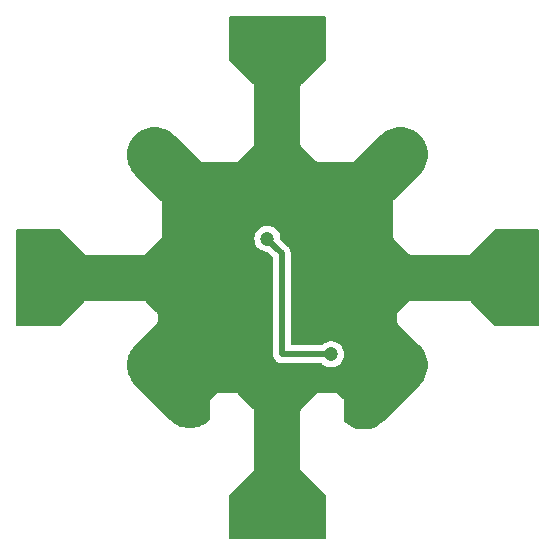
<source format=gbr>
%TF.GenerationSoftware,KiCad,Pcbnew,7.0.7*%
%TF.CreationDate,2023-11-23T17:05:24-08:00*%
%TF.ProjectId,sfh2430_breakout,73666832-3433-4305-9f62-7265616b6f75,rev?*%
%TF.SameCoordinates,Original*%
%TF.FileFunction,Copper,L2,Bot*%
%TF.FilePolarity,Positive*%
%FSLAX46Y46*%
G04 Gerber Fmt 4.6, Leading zero omitted, Abs format (unit mm)*
G04 Created by KiCad (PCBNEW 7.0.7) date 2023-11-23 17:05:24*
%MOMM*%
%LPD*%
G01*
G04 APERTURE LIST*
%TA.AperFunction,ConnectorPad*%
%ADD10C,3.800000*%
%TD*%
%TA.AperFunction,ComponentPad*%
%ADD11C,2.600000*%
%TD*%
%TA.AperFunction,ViaPad*%
%ADD12C,0.800000*%
%TD*%
%TA.AperFunction,ViaPad*%
%ADD13C,1.200000*%
%TD*%
%TA.AperFunction,Conductor*%
%ADD14C,0.500000*%
%TD*%
%TA.AperFunction,Conductor*%
%ADD15C,0.250000*%
%TD*%
G04 APERTURE END LIST*
D10*
%TO.P,H2,1,1*%
%TO.N,GND*%
X92150000Y-111850000D03*
D11*
X92150000Y-111850000D03*
%TD*%
%TO.P,H3,1,1*%
%TO.N,GND*%
X112950000Y-94050000D03*
D10*
X112950000Y-94050000D03*
%TD*%
D11*
%TO.P,H4,1,1*%
%TO.N,GND*%
X112950000Y-111850000D03*
D10*
X112950000Y-111850000D03*
%TD*%
D11*
%TO.P,H1,1,1*%
%TO.N,GND*%
X92150000Y-94050000D03*
D10*
X92150000Y-94050000D03*
%TD*%
D12*
%TO.N,GND*%
X108800000Y-101150000D03*
X107450000Y-101150000D03*
D13*
%TO.N,+3V3*%
X101701700Y-101162750D03*
X107097250Y-110942750D03*
%TD*%
D14*
%TO.N,+3V3*%
X102907250Y-102368300D02*
X102907250Y-110912750D01*
X101701700Y-101162750D02*
X102556200Y-102017250D01*
X102937250Y-110942750D02*
X107097250Y-110942750D01*
D15*
X102907250Y-110912750D02*
X102937250Y-110942750D01*
D14*
X102556200Y-102017250D02*
X102907250Y-102368300D01*
%TD*%
%TA.AperFunction,Conductor*%
%TO.N,GND*%
G36*
X106612539Y-82350185D02*
G01*
X106658294Y-82402989D01*
X106669500Y-82454500D01*
X106669500Y-85924877D01*
X106649815Y-85991916D01*
X106633181Y-86012558D01*
X104598955Y-88046783D01*
X104580169Y-88062201D01*
X104569403Y-88069394D01*
X104569397Y-88069400D01*
X104533942Y-88122463D01*
X104514034Y-88152258D01*
X104514032Y-88152264D01*
X104494592Y-88249997D01*
X104494592Y-88249998D01*
X104494592Y-88250000D01*
X104497116Y-88262691D01*
X104497117Y-88262692D01*
X104499500Y-88286885D01*
X104499500Y-93113111D01*
X104497118Y-93137300D01*
X104494592Y-93150000D01*
X104494592Y-93150002D01*
X104514032Y-93247739D01*
X104514033Y-93247740D01*
X104514034Y-93247741D01*
X104521983Y-93259637D01*
X104569399Y-93330601D01*
X104580168Y-93337796D01*
X104598957Y-93353217D01*
X105846784Y-94601045D01*
X105862205Y-94619835D01*
X105869399Y-94630602D01*
X105890312Y-94644575D01*
X105890314Y-94644576D01*
X105890316Y-94644577D01*
X105890317Y-94644578D01*
X105952260Y-94685966D01*
X106050000Y-94705409D01*
X106050001Y-94705409D01*
X106062699Y-94702883D01*
X106086891Y-94700500D01*
X108812142Y-94700500D01*
X108836956Y-94703008D01*
X108848692Y-94705405D01*
X108870540Y-94701175D01*
X108873297Y-94700773D01*
X108874670Y-94700500D01*
X108874674Y-94700500D01*
X108893885Y-94696678D01*
X108898245Y-94695811D01*
X108917592Y-94692065D01*
X108946531Y-94686463D01*
X108946531Y-94686462D01*
X108946545Y-94686460D01*
X108947080Y-94686239D01*
X108947725Y-94685975D01*
X108947737Y-94685966D01*
X108947740Y-94685966D01*
X108977536Y-94666057D01*
X108988594Y-94658669D01*
X109001670Y-94650027D01*
X109008685Y-94645393D01*
X109008686Y-94645391D01*
X109009860Y-94644616D01*
X109012103Y-94642959D01*
X109030601Y-94630601D01*
X109037257Y-94620638D01*
X109053122Y-94601407D01*
X111248840Y-92428062D01*
X111251247Y-92426055D01*
X111257415Y-92419886D01*
X111257419Y-92419885D01*
X111287413Y-92389890D01*
X111289922Y-92387518D01*
X111394535Y-92294030D01*
X111482530Y-92215392D01*
X111487935Y-92211082D01*
X111697172Y-92062620D01*
X111703018Y-92058947D01*
X111927556Y-91934850D01*
X111933791Y-91931847D01*
X112134008Y-91848914D01*
X112170789Y-91833680D01*
X112177343Y-91831385D01*
X112423851Y-91760367D01*
X112430615Y-91758824D01*
X112683517Y-91715854D01*
X112690406Y-91715078D01*
X112946402Y-91700702D01*
X112953603Y-91700717D01*
X113229461Y-91717404D01*
X113236894Y-91718308D01*
X113290831Y-91728191D01*
X113508598Y-91768098D01*
X113515847Y-91769886D01*
X113779573Y-91852066D01*
X113786560Y-91854717D01*
X113931264Y-91919842D01*
X114038449Y-91968083D01*
X114045079Y-91971563D01*
X114281462Y-92114461D01*
X114287623Y-92118714D01*
X114505055Y-92289061D01*
X114510655Y-92294022D01*
X114705976Y-92489343D01*
X114710938Y-92494944D01*
X114881285Y-92712376D01*
X114885543Y-92718544D01*
X115028436Y-92954920D01*
X115031919Y-92961555D01*
X115145282Y-93213439D01*
X115147936Y-93220435D01*
X115189313Y-93353217D01*
X115230110Y-93484140D01*
X115231904Y-93491416D01*
X115281691Y-93763104D01*
X115282595Y-93770543D01*
X115289816Y-93889919D01*
X115299280Y-94046387D01*
X115299281Y-94046392D01*
X115299297Y-94053618D01*
X115284922Y-94309581D01*
X115284143Y-94316496D01*
X115241176Y-94569377D01*
X115239628Y-94576161D01*
X115168618Y-94822643D01*
X115166319Y-94829210D01*
X115068160Y-95066189D01*
X115065141Y-95072458D01*
X114941061Y-95296965D01*
X114937364Y-95302847D01*
X114822224Y-95465122D01*
X114788930Y-95512046D01*
X114784592Y-95517486D01*
X114612667Y-95709868D01*
X114610011Y-95712661D01*
X112399370Y-97896679D01*
X112381119Y-97911566D01*
X112369398Y-97919398D01*
X112342144Y-97960189D01*
X112314612Y-98000858D01*
X112314316Y-98001576D01*
X112314039Y-98002232D01*
X112304462Y-98050377D01*
X112294595Y-98098453D01*
X112297261Y-98112289D01*
X112299499Y-98135743D01*
X112299499Y-100913116D01*
X112297117Y-100937302D01*
X112294592Y-100949999D01*
X112294592Y-100950003D01*
X112314033Y-101047739D01*
X112314033Y-101047740D01*
X112314034Y-101047741D01*
X112333942Y-101077536D01*
X112369399Y-101130601D01*
X112380168Y-101137796D01*
X112398957Y-101153217D01*
X113646784Y-102401045D01*
X113662205Y-102419835D01*
X113669399Y-102430602D01*
X113690312Y-102444575D01*
X113690314Y-102444576D01*
X113690316Y-102444577D01*
X113690317Y-102444578D01*
X113752260Y-102485966D01*
X113850000Y-102505409D01*
X113850001Y-102505409D01*
X113862699Y-102502883D01*
X113886891Y-102500500D01*
X118713114Y-102500500D01*
X118737306Y-102502883D01*
X118749999Y-102505408D01*
X118750000Y-102505408D01*
X118750002Y-102505408D01*
X118847739Y-102485967D01*
X118847739Y-102485966D01*
X118847741Y-102485966D01*
X118877536Y-102466057D01*
X118930601Y-102430601D01*
X118937796Y-102419832D01*
X118953210Y-102401048D01*
X120987440Y-100366819D01*
X121048764Y-100333334D01*
X121075122Y-100330500D01*
X124545500Y-100330500D01*
X124612539Y-100350185D01*
X124658294Y-100402989D01*
X124669500Y-100454500D01*
X124669500Y-108445500D01*
X124649815Y-108512539D01*
X124597011Y-108558294D01*
X124545500Y-108569500D01*
X121075122Y-108569500D01*
X121008083Y-108549815D01*
X120987441Y-108533181D01*
X118953217Y-106498957D01*
X118937794Y-106480165D01*
X118930603Y-106469403D01*
X118930601Y-106469399D01*
X118930598Y-106469397D01*
X118877536Y-106433942D01*
X118847741Y-106414034D01*
X118847740Y-106414033D01*
X118847739Y-106414033D01*
X118750002Y-106394592D01*
X118749999Y-106394592D01*
X118737306Y-106397117D01*
X118713114Y-106399500D01*
X113886886Y-106399500D01*
X113862694Y-106397117D01*
X113850001Y-106394592D01*
X113849998Y-106394592D01*
X113752264Y-106414032D01*
X113752258Y-106414034D01*
X113722463Y-106433942D01*
X113669400Y-106469397D01*
X113669394Y-106469403D01*
X113662201Y-106480169D01*
X113646783Y-106498955D01*
X112798955Y-107346783D01*
X112780169Y-107362201D01*
X112769403Y-107369394D01*
X112769397Y-107369400D01*
X112733942Y-107422463D01*
X112714034Y-107452258D01*
X112714032Y-107452264D01*
X112694592Y-107549996D01*
X112694592Y-107549999D01*
X112697117Y-107562696D01*
X112699499Y-107586883D01*
X112699499Y-108111935D01*
X112696964Y-108136882D01*
X112694597Y-108148406D01*
X112694596Y-108148410D01*
X112698799Y-108170242D01*
X112699287Y-108173603D01*
X112704164Y-108198122D01*
X112713435Y-108246297D01*
X112713728Y-108247003D01*
X112714018Y-108247716D01*
X112714033Y-108247739D01*
X112714034Y-108247740D01*
X112741302Y-108288550D01*
X112741304Y-108288552D01*
X112755030Y-108309376D01*
X112757031Y-108312091D01*
X112769398Y-108330600D01*
X112779184Y-108337139D01*
X112798519Y-108353108D01*
X114571854Y-110148671D01*
X114574304Y-110151608D01*
X114610092Y-110187396D01*
X114612482Y-110189923D01*
X114784596Y-110382518D01*
X114788925Y-110387947D01*
X114937370Y-110597160D01*
X114941061Y-110603034D01*
X115065141Y-110827541D01*
X115068160Y-110833810D01*
X115166319Y-111070789D01*
X115168618Y-111077356D01*
X115239628Y-111323838D01*
X115241176Y-111330622D01*
X115284143Y-111583503D01*
X115284922Y-111590418D01*
X115299304Y-111846520D01*
X115299304Y-111853478D01*
X115284922Y-112109581D01*
X115284143Y-112116496D01*
X115241176Y-112369377D01*
X115239628Y-112376161D01*
X115168618Y-112622643D01*
X115166319Y-112629210D01*
X115068160Y-112866189D01*
X115065141Y-112872458D01*
X114941061Y-113096965D01*
X114937364Y-113102847D01*
X114788934Y-113312041D01*
X114784596Y-113317481D01*
X114612531Y-113510021D01*
X114610091Y-113512598D01*
X111545296Y-116570377D01*
X111544760Y-116570827D01*
X111507554Y-116608030D01*
X111505028Y-116610418D01*
X111312465Y-116782500D01*
X111307025Y-116786838D01*
X111097829Y-116935267D01*
X111091937Y-116938969D01*
X110867440Y-117063042D01*
X110861171Y-117066061D01*
X110624185Y-117164220D01*
X110617618Y-117166518D01*
X110371137Y-117237526D01*
X110364353Y-117239074D01*
X110111476Y-117282038D01*
X110104561Y-117282817D01*
X109848281Y-117297207D01*
X109841323Y-117297207D01*
X109585398Y-117282833D01*
X109578483Y-117282054D01*
X109325604Y-117239085D01*
X109318821Y-117237537D01*
X109072337Y-117166524D01*
X109065769Y-117164226D01*
X108828790Y-117066065D01*
X108822525Y-117063048D01*
X108598021Y-116938967D01*
X108592134Y-116935268D01*
X108486811Y-116860537D01*
X108382930Y-116786829D01*
X108377494Y-116782493D01*
X108375377Y-116780601D01*
X108241871Y-116661292D01*
X108205002Y-116601944D01*
X108200500Y-116568834D01*
X108200500Y-114936885D01*
X108202883Y-114912691D01*
X108205408Y-114899998D01*
X108205408Y-114899997D01*
X108185967Y-114802263D01*
X108185966Y-114802259D01*
X108185965Y-114802258D01*
X108166057Y-114772463D01*
X108130601Y-114719399D01*
X108130598Y-114719397D01*
X108130598Y-114719396D01*
X108119832Y-114712203D01*
X108101042Y-114696782D01*
X107703217Y-114298957D01*
X107687794Y-114280165D01*
X107680603Y-114269403D01*
X107680601Y-114269399D01*
X107680598Y-114269397D01*
X107627536Y-114233942D01*
X107597741Y-114214034D01*
X107597740Y-114214033D01*
X107597739Y-114214033D01*
X107500002Y-114194592D01*
X107499999Y-114194592D01*
X107487306Y-114197117D01*
X107463114Y-114199500D01*
X106086891Y-114199500D01*
X106062698Y-114197117D01*
X106050000Y-114194591D01*
X106049999Y-114194591D01*
X105947110Y-114215057D01*
X105936965Y-114224252D01*
X105869400Y-114269397D01*
X105869394Y-114269403D01*
X105862203Y-114280166D01*
X105846785Y-114298952D01*
X104598955Y-115546783D01*
X104580169Y-115562201D01*
X104569403Y-115569394D01*
X104569397Y-115569400D01*
X104533942Y-115622463D01*
X104514034Y-115652258D01*
X104514032Y-115652264D01*
X104494592Y-115749997D01*
X104494592Y-115749999D01*
X104497117Y-115762692D01*
X104499500Y-115786885D01*
X104499500Y-120613111D01*
X104497118Y-120637300D01*
X104494592Y-120650000D01*
X104494592Y-120650002D01*
X104514033Y-120747739D01*
X104533942Y-120777536D01*
X104569397Y-120830599D01*
X104569399Y-120830601D01*
X104580168Y-120837796D01*
X104598957Y-120853217D01*
X106633181Y-122887441D01*
X106666666Y-122948764D01*
X106669500Y-122975122D01*
X106669500Y-126445500D01*
X106649815Y-126512539D01*
X106597011Y-126558294D01*
X106545500Y-126569500D01*
X98554500Y-126569500D01*
X98487461Y-126549815D01*
X98441706Y-126497011D01*
X98430500Y-126445500D01*
X98430500Y-122975121D01*
X98450185Y-122908082D01*
X98466819Y-122887440D01*
X98728839Y-122625420D01*
X100501048Y-120853210D01*
X100519833Y-120837794D01*
X100530601Y-120830601D01*
X100585966Y-120747740D01*
X100585967Y-120747735D01*
X100601689Y-120668700D01*
X100601690Y-120668689D01*
X100605408Y-120650000D01*
X100605408Y-120649999D01*
X100602883Y-120637306D01*
X100600500Y-120613114D01*
X100600500Y-115786890D01*
X100602883Y-115762696D01*
X100602884Y-115762692D01*
X100605409Y-115750000D01*
X100585966Y-115652260D01*
X100544578Y-115590317D01*
X100544577Y-115590316D01*
X100530602Y-115569400D01*
X100530601Y-115569398D01*
X100519835Y-115562205D01*
X100501045Y-115546784D01*
X99253217Y-114298957D01*
X99237794Y-114280165D01*
X99230603Y-114269403D01*
X99230601Y-114269399D01*
X99230598Y-114269397D01*
X99177536Y-114233942D01*
X99147741Y-114214034D01*
X99147740Y-114214033D01*
X99147739Y-114214033D01*
X99050002Y-114194592D01*
X99049999Y-114194592D01*
X99037306Y-114197117D01*
X99013114Y-114199500D01*
X97586886Y-114199500D01*
X97562694Y-114197117D01*
X97550001Y-114194592D01*
X97549998Y-114194592D01*
X97452264Y-114214032D01*
X97452258Y-114214034D01*
X97422463Y-114233942D01*
X97369400Y-114269397D01*
X97369394Y-114269403D01*
X97362201Y-114280169D01*
X97346783Y-114298955D01*
X96948955Y-114696783D01*
X96930169Y-114712201D01*
X96919403Y-114719394D01*
X96919397Y-114719400D01*
X96883942Y-114772463D01*
X96864034Y-114802258D01*
X96864032Y-114802264D01*
X96844592Y-114899997D01*
X96844592Y-114899998D01*
X96844592Y-114900000D01*
X96847116Y-114912691D01*
X96847117Y-114912692D01*
X96849500Y-114936885D01*
X96849500Y-116427824D01*
X96829815Y-116494863D01*
X96808126Y-116520284D01*
X96691709Y-116624320D01*
X96634555Y-116675395D01*
X96629115Y-116679733D01*
X96415337Y-116831413D01*
X96409445Y-116835115D01*
X96180041Y-116961900D01*
X96173772Y-116964919D01*
X95931616Y-117065222D01*
X95925048Y-117067520D01*
X95673174Y-117140082D01*
X95666390Y-117141630D01*
X95407984Y-117185535D01*
X95401070Y-117186314D01*
X95139244Y-117201016D01*
X95132286Y-117201016D01*
X94876308Y-117186640D01*
X94869393Y-117185861D01*
X94616515Y-117142893D01*
X94609731Y-117141345D01*
X94363245Y-117070334D01*
X94356678Y-117068035D01*
X94152589Y-116983499D01*
X94119697Y-116969875D01*
X94113432Y-116966858D01*
X93888931Y-116842780D01*
X93883039Y-116839078D01*
X93673844Y-116690646D01*
X93668403Y-116686308D01*
X93475803Y-116514189D01*
X93473276Y-116511801D01*
X93465831Y-116504356D01*
X93443308Y-116481834D01*
X93443306Y-116481833D01*
X93435928Y-116474455D01*
X93435538Y-116474128D01*
X92550273Y-115590317D01*
X90504543Y-113547946D01*
X90502119Y-113545385D01*
X90326316Y-113348661D01*
X90321978Y-113343221D01*
X90170301Y-113129452D01*
X90166599Y-113123560D01*
X90130469Y-113058188D01*
X90039805Y-112894144D01*
X90036795Y-112887895D01*
X89936485Y-112645723D01*
X89934188Y-112639159D01*
X89910119Y-112555614D01*
X89861621Y-112387276D01*
X89860077Y-112380508D01*
X89816169Y-112122079D01*
X89815393Y-112115192D01*
X89800695Y-111853472D01*
X89800695Y-111846520D01*
X89801919Y-111824730D01*
X89815078Y-111590406D01*
X89815854Y-111583517D01*
X89858824Y-111330615D01*
X89860367Y-111323851D01*
X89931385Y-111077343D01*
X89933680Y-111070789D01*
X89981040Y-110956451D01*
X90031847Y-110833791D01*
X90034850Y-110827556D01*
X90158947Y-110603018D01*
X90162620Y-110597172D01*
X90311082Y-110387935D01*
X90315392Y-110382530D01*
X90487534Y-110189903D01*
X90489890Y-110187412D01*
X90519885Y-110157419D01*
X90519886Y-110157416D01*
X90525723Y-110151580D01*
X90528170Y-110148645D01*
X92301483Y-108353104D01*
X92320812Y-108337141D01*
X92330601Y-108330601D01*
X92342970Y-108312087D01*
X92344965Y-108309382D01*
X92345566Y-108308469D01*
X92345568Y-108308468D01*
X92353444Y-108296518D01*
X92358697Y-108288550D01*
X92385979Y-108247720D01*
X92386256Y-108247041D01*
X92386566Y-108246292D01*
X92395850Y-108198047D01*
X92400710Y-108173618D01*
X92401193Y-108170287D01*
X92405404Y-108148409D01*
X92403036Y-108136882D01*
X92400499Y-108111929D01*
X92400499Y-108047152D01*
X92400499Y-107586876D01*
X92402882Y-107562696D01*
X92405408Y-107550000D01*
X92405407Y-107549998D01*
X92405408Y-107549997D01*
X92385967Y-107452263D01*
X92385966Y-107452259D01*
X92385965Y-107452258D01*
X92366057Y-107422463D01*
X92330601Y-107369399D01*
X92330598Y-107369397D01*
X92330598Y-107369396D01*
X92319832Y-107362203D01*
X92301042Y-107346782D01*
X91453217Y-106498957D01*
X91437794Y-106480165D01*
X91430603Y-106469403D01*
X91430601Y-106469399D01*
X91430598Y-106469397D01*
X91377536Y-106433942D01*
X91347741Y-106414034D01*
X91347740Y-106414033D01*
X91347739Y-106414033D01*
X91250002Y-106394592D01*
X91249999Y-106394592D01*
X91237306Y-106397117D01*
X91213114Y-106399500D01*
X86386886Y-106399500D01*
X86362693Y-106397117D01*
X86350000Y-106394592D01*
X86349998Y-106394592D01*
X86331369Y-106398298D01*
X86331364Y-106398299D01*
X86252263Y-106414032D01*
X86252260Y-106414033D01*
X86169399Y-106469399D01*
X86169394Y-106469403D01*
X86162201Y-106480169D01*
X86146783Y-106498955D01*
X84112559Y-108533181D01*
X84051236Y-108566666D01*
X84024878Y-108569500D01*
X80554500Y-108569500D01*
X80487461Y-108549815D01*
X80441706Y-108497011D01*
X80430500Y-108445500D01*
X80430500Y-100454500D01*
X80450185Y-100387461D01*
X80502989Y-100341706D01*
X80554500Y-100330500D01*
X84024878Y-100330500D01*
X84091917Y-100350185D01*
X84112559Y-100366819D01*
X86146782Y-102401042D01*
X86162203Y-102419832D01*
X86169398Y-102430600D01*
X86169399Y-102430601D01*
X86252260Y-102485966D01*
X86252263Y-102485966D01*
X86252264Y-102485967D01*
X86331291Y-102501687D01*
X86331298Y-102501687D01*
X86350000Y-102505408D01*
X86362693Y-102502882D01*
X86386886Y-102500500D01*
X91213114Y-102500500D01*
X91237306Y-102502883D01*
X91249999Y-102505408D01*
X91250000Y-102505408D01*
X91250002Y-102505408D01*
X91347739Y-102485967D01*
X91347739Y-102485966D01*
X91347741Y-102485966D01*
X91377536Y-102466057D01*
X91430601Y-102430601D01*
X91437796Y-102419832D01*
X91453210Y-102401048D01*
X92691509Y-101162750D01*
X100596485Y-101162750D01*
X100615302Y-101365832D01*
X100671117Y-101561997D01*
X100671122Y-101562010D01*
X100762027Y-101744571D01*
X100884937Y-101907331D01*
X101035658Y-102044730D01*
X101035660Y-102044732D01*
X101134841Y-102106142D01*
X101209063Y-102152098D01*
X101399244Y-102225774D01*
X101599724Y-102263250D01*
X101689471Y-102263250D01*
X101756510Y-102282935D01*
X101777152Y-102299569D01*
X101961145Y-102483562D01*
X101961155Y-102483573D01*
X101963487Y-102485905D01*
X101963488Y-102485906D01*
X102120432Y-102642849D01*
X102153916Y-102704170D01*
X102156750Y-102730528D01*
X102156750Y-110956459D01*
X102170114Y-111070789D01*
X102172009Y-111087006D01*
X102172010Y-111087009D01*
X102232012Y-111251865D01*
X102232014Y-111251869D01*
X102328416Y-111398442D01*
X102362332Y-111430440D01*
X102376698Y-111446583D01*
X102387640Y-111461280D01*
X102452976Y-111516103D01*
X102455675Y-111518506D01*
X102456029Y-111518840D01*
X102456425Y-111519135D01*
X102459252Y-111521370D01*
X102522036Y-111574052D01*
X102554624Y-111590418D01*
X102678812Y-111652788D01*
X102678813Y-111652788D01*
X102678817Y-111652790D01*
X102849529Y-111693250D01*
X106238943Y-111693250D01*
X106305982Y-111712935D01*
X106322481Y-111725613D01*
X106431208Y-111824730D01*
X106431210Y-111824732D01*
X106472018Y-111849999D01*
X106604613Y-111932098D01*
X106794794Y-112005774D01*
X106995274Y-112043250D01*
X106995276Y-112043250D01*
X107199224Y-112043250D01*
X107199226Y-112043250D01*
X107399706Y-112005774D01*
X107589887Y-111932098D01*
X107763291Y-111824731D01*
X107914014Y-111687329D01*
X108036923Y-111524571D01*
X108127832Y-111342000D01*
X108183647Y-111145833D01*
X108202465Y-110942750D01*
X108183647Y-110739667D01*
X108127832Y-110543500D01*
X108036923Y-110360929D01*
X107914014Y-110198171D01*
X107914012Y-110198168D01*
X107763291Y-110060769D01*
X107763289Y-110060767D01*
X107589892Y-109953405D01*
X107589885Y-109953401D01*
X107494796Y-109916563D01*
X107399706Y-109879726D01*
X107199226Y-109842250D01*
X106995274Y-109842250D01*
X106794794Y-109879726D01*
X106794791Y-109879726D01*
X106794791Y-109879727D01*
X106604614Y-109953401D01*
X106604607Y-109953405D01*
X106431210Y-110060767D01*
X106431208Y-110060769D01*
X106322481Y-110159887D01*
X106259677Y-110190504D01*
X106238943Y-110192250D01*
X103781750Y-110192250D01*
X103714711Y-110172565D01*
X103668956Y-110119761D01*
X103657750Y-110068250D01*
X103657750Y-102432005D01*
X103659059Y-102414035D01*
X103659697Y-102409680D01*
X103662539Y-102390277D01*
X103657985Y-102338231D01*
X103657750Y-102332828D01*
X103657750Y-102324597D01*
X103657750Y-102324591D01*
X103653943Y-102292024D01*
X103651426Y-102263250D01*
X103647249Y-102215501D01*
X103645789Y-102208429D01*
X103645847Y-102208416D01*
X103644215Y-102201057D01*
X103644156Y-102201072D01*
X103642492Y-102194053D01*
X103642491Y-102194045D01*
X103616224Y-102121876D01*
X103592064Y-102048966D01*
X103592059Y-102048959D01*
X103589010Y-102042418D01*
X103589065Y-102042391D01*
X103585783Y-102035613D01*
X103585730Y-102035640D01*
X103582485Y-102029180D01*
X103540278Y-101965008D01*
X103504703Y-101907331D01*
X103499962Y-101899645D01*
X103499961Y-101899644D01*
X103499960Y-101899642D01*
X103495484Y-101893982D01*
X103495531Y-101893944D01*
X103490769Y-101888099D01*
X103490724Y-101888138D01*
X103486084Y-101882609D01*
X103486082Y-101882607D01*
X103486080Y-101882604D01*
X103455312Y-101853576D01*
X103430217Y-101829899D01*
X103054731Y-101454413D01*
X103054712Y-101454395D01*
X102843052Y-101242735D01*
X102809567Y-101181412D01*
X102807262Y-101166495D01*
X102788097Y-100959667D01*
X102785346Y-100949999D01*
X102732282Y-100763500D01*
X102641373Y-100580929D01*
X102582404Y-100502841D01*
X102518462Y-100418168D01*
X102367741Y-100280769D01*
X102367739Y-100280767D01*
X102194342Y-100173405D01*
X102194335Y-100173401D01*
X102099246Y-100136564D01*
X102004156Y-100099726D01*
X101803676Y-100062250D01*
X101599724Y-100062250D01*
X101399244Y-100099726D01*
X101399241Y-100099726D01*
X101399241Y-100099727D01*
X101209064Y-100173401D01*
X101209057Y-100173405D01*
X101035660Y-100280767D01*
X101035658Y-100280769D01*
X100884937Y-100418168D01*
X100762027Y-100580928D01*
X100671122Y-100763489D01*
X100671117Y-100763502D01*
X100615302Y-100959667D01*
X100596485Y-101162749D01*
X100596485Y-101162750D01*
X92691509Y-101162750D01*
X92701051Y-101153208D01*
X92719836Y-101137792D01*
X92730601Y-101130601D01*
X92785966Y-101047740D01*
X92785966Y-101047739D01*
X92785966Y-101047738D01*
X92787747Y-101041868D01*
X92788349Y-101035759D01*
X92805409Y-100950000D01*
X92805409Y-100949999D01*
X92802883Y-100937301D01*
X92800500Y-100913109D01*
X92800500Y-98187858D01*
X92803008Y-98163043D01*
X92805405Y-98151306D01*
X92801176Y-98129464D01*
X92800774Y-98126705D01*
X92800218Y-98123911D01*
X92795811Y-98101755D01*
X92786463Y-98053469D01*
X92786461Y-98053467D01*
X92786459Y-98053452D01*
X92786201Y-98052830D01*
X92785973Y-98052273D01*
X92785966Y-98052263D01*
X92785966Y-98052260D01*
X92758606Y-98011313D01*
X92745392Y-97991315D01*
X92745390Y-97991313D01*
X92744611Y-97990134D01*
X92742952Y-97987884D01*
X92730601Y-97969399D01*
X92720638Y-97962742D01*
X92701402Y-97946872D01*
X90528058Y-95751155D01*
X90526035Y-95748731D01*
X90489890Y-95712586D01*
X90487501Y-95710058D01*
X90367920Y-95576248D01*
X90315400Y-95517477D01*
X90311076Y-95512054D01*
X90162626Y-95302835D01*
X90158943Y-95296973D01*
X90034854Y-95072450D01*
X90031844Y-95066201D01*
X89976952Y-94933680D01*
X89933680Y-94829210D01*
X89931381Y-94822643D01*
X89897607Y-94705409D01*
X89860368Y-94576152D01*
X89858823Y-94569377D01*
X89815854Y-94316484D01*
X89815078Y-94309591D01*
X89800702Y-94053597D01*
X89800718Y-94046387D01*
X89803172Y-94005830D01*
X89817404Y-93770536D01*
X89818308Y-93763105D01*
X89820687Y-93750121D01*
X89868099Y-93491397D01*
X89869884Y-93484156D01*
X89952068Y-93220421D01*
X89954717Y-93213439D01*
X89969321Y-93180989D01*
X90068086Y-92961543D01*
X90071563Y-92954920D01*
X90214466Y-92718529D01*
X90218707Y-92712385D01*
X90389069Y-92494933D01*
X90394014Y-92489352D01*
X90589352Y-92294014D01*
X90594933Y-92289069D01*
X90812385Y-92118707D01*
X90818529Y-92114466D01*
X91054924Y-91971560D01*
X91061543Y-91968086D01*
X91313437Y-91854717D01*
X91320421Y-91852068D01*
X91584156Y-91769884D01*
X91591397Y-91768099D01*
X91863104Y-91718308D01*
X91870536Y-91717404D01*
X92146396Y-91700717D01*
X92153597Y-91700702D01*
X92409591Y-91715078D01*
X92416484Y-91715854D01*
X92669380Y-91758823D01*
X92676152Y-91760368D01*
X92922650Y-91831383D01*
X92929210Y-91833680D01*
X93033680Y-91876952D01*
X93166201Y-91931844D01*
X93172450Y-91934854D01*
X93396973Y-92058943D01*
X93402835Y-92062626D01*
X93612054Y-92211076D01*
X93617481Y-92215403D01*
X93810058Y-92387501D01*
X93812586Y-92389890D01*
X93848731Y-92426035D01*
X93851155Y-92428058D01*
X96046872Y-94601402D01*
X96062742Y-94620638D01*
X96069399Y-94630601D01*
X96087881Y-94642950D01*
X96087884Y-94642952D01*
X96090134Y-94644611D01*
X96091313Y-94645390D01*
X96091315Y-94645392D01*
X96111313Y-94658606D01*
X96152260Y-94685966D01*
X96152263Y-94685966D01*
X96152273Y-94685973D01*
X96152830Y-94686201D01*
X96153452Y-94686459D01*
X96153467Y-94686461D01*
X96153469Y-94686463D01*
X96201755Y-94695811D01*
X96225326Y-94700500D01*
X96225327Y-94700500D01*
X96226689Y-94700771D01*
X96229447Y-94701172D01*
X96251308Y-94705405D01*
X96263043Y-94703007D01*
X96287858Y-94700500D01*
X99013114Y-94700500D01*
X99037306Y-94702883D01*
X99049999Y-94705408D01*
X99050000Y-94705408D01*
X99050002Y-94705408D01*
X99147739Y-94685967D01*
X99147739Y-94685966D01*
X99147741Y-94685966D01*
X99177536Y-94666057D01*
X99230601Y-94630601D01*
X99237794Y-94619833D01*
X99253210Y-94601048D01*
X100501051Y-93353208D01*
X100519836Y-93337792D01*
X100530601Y-93330601D01*
X100585966Y-93247740D01*
X100585966Y-93247739D01*
X100585966Y-93247738D01*
X100587747Y-93241868D01*
X100588349Y-93235759D01*
X100591396Y-93220445D01*
X100605409Y-93150000D01*
X100602883Y-93137300D01*
X100600500Y-93113109D01*
X100600500Y-88286885D01*
X100602883Y-88262691D01*
X100605408Y-88249998D01*
X100600500Y-88225325D01*
X100585967Y-88152263D01*
X100585966Y-88152262D01*
X100585966Y-88152260D01*
X100530601Y-88069399D01*
X100530594Y-88069394D01*
X100519832Y-88062203D01*
X100501042Y-88046782D01*
X98466819Y-86012559D01*
X98433334Y-85951236D01*
X98430500Y-85924878D01*
X98430500Y-82454500D01*
X98450185Y-82387461D01*
X98502989Y-82341706D01*
X98554500Y-82330500D01*
X106545500Y-82330500D01*
X106612539Y-82350185D01*
G37*
%TD.AperFunction*%
%TD*%
M02*

</source>
